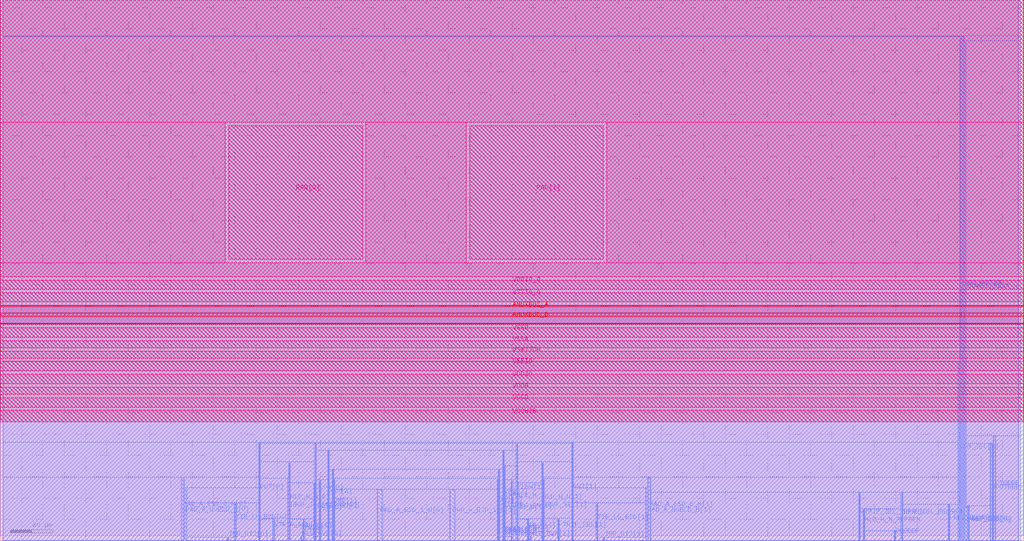
<source format=lef>
# Copyright 2020 The SkyWater PDK Authors
#
# Licensed under the Apache License, Version 2.0 (the "License");
# you may not use this file except in compliance with the License.
# You may obtain a copy of the License at
#
#     https://www.apache.org/licenses/LICENSE-2.0
#
# Unless required by applicable law or agreed to in writing, software
# distributed under the License is distributed on an "AS IS" BASIS,
# WITHOUT WARRANTIES OR CONDITIONS OF ANY KIND, either express or implied.
# See the License for the specific language governing permissions and
# limitations under the License.
#
# SPDX-License-Identifier: Apache-2.0

VERSION 5.7 ;
  NOWIREEXTENSIONATPIN ON ;
  DIVIDERCHAR "/" ;
  BUSBITCHARS "[]" ;
MACRO sky130_fd_io__top_sio_macro
  CLASS BLOCK ;
  FOREIGN sky130_fd_io__top_sio_macro ;
  ORIGIN  0.000000  0.000000 ;
  SIZE  480.0000 BY  253.7150 ;
  SYMMETRY R90 ;
  PIN AMUXBUS_A
    DIRECTION INOUT ;
    USE SIGNAL ;
    PORT
      LAYER met4 ;
        RECT 0.000000 106.840000 480.000000 109.820000 ;
    END
  END AMUXBUS_A
  PIN AMUXBUS_B
    DIRECTION INOUT ;
    USE SIGNAL ;
    PORT
      LAYER met4 ;
        RECT 0.000000 102.080000 480.000000 105.060000 ;
    END
  END AMUXBUS_B
  PIN DFT_REFGEN
    DIRECTION INPUT ;
    USE SIGNAL ;
    PORT
      LAYER met2 ;
        RECT 451.655000 0.000000 451.915000 236.650000 ;
    END
  END DFT_REFGEN
  PIN DM0[0]
    DIRECTION INPUT ;
    USE SIGNAL ;
    PORT
      LAYER met2 ;
        RECT 156.380000 0.000000 156.640000 28.955000 ;
    END
  END DM0[0]
  PIN DM0[1]
    DIRECTION INPUT ;
    USE SIGNAL ;
    PORT
      LAYER met2 ;
        RECT 155.980000 0.000000 156.240000 33.225000 ;
    END
  END DM0[1]
  PIN DM0[2]
    DIRECTION INPUT ;
    USE SIGNAL ;
    PORT
      LAYER met2 ;
        RECT 153.810000 0.000000 154.070000 42.095000 ;
    END
  END DM0[2]
  PIN DM1[0]
    DIRECTION INPUT ;
    USE SIGNAL ;
    PORT
      LAYER met2 ;
        RECT 233.365000 0.000000 233.625000 28.955000 ;
    END
  END DM1[0]
  PIN DM1[1]
    DIRECTION INPUT ;
    USE SIGNAL ;
    PORT
      LAYER met2 ;
        RECT 233.765000 0.000000 234.025000 33.225000 ;
    END
  END DM1[1]
  PIN DM1[2]
    DIRECTION INPUT ;
    USE SIGNAL ;
    PORT
      LAYER met2 ;
        RECT 235.935000 0.000000 236.195000 42.095000 ;
    END
  END DM1[2]
  PIN ENABLE_H
    DIRECTION INPUT ;
    USE SIGNAL ;
    PORT
      LAYER met2 ;
        RECT 236.335000 0.000000 236.595000 2.190000 ;
    END
    PORT
      LAYER met2 ;
        RECT 236.335000 0.000000 236.595000 2.210000 ;
    END
    PORT
      LAYER met2 ;
        RECT 236.335000 2.210000 236.615000 2.230000 ;
    END
    PORT
      LAYER met2 ;
        RECT 236.335000 2.235000 236.640000 3.005000 ;
    END
    PORT
      LAYER met2 ;
        RECT 236.335000 2.960000 236.595000 3.050000 ;
    END
    PORT
      LAYER met2 ;
        RECT 236.335000 3.005000 236.620000 3.025000 ;
    END
    PORT
      LAYER met2 ;
        RECT 236.335000 3.050000 236.595000 34.945000 ;
    END
    PORT
      LAYER met2 ;
        RECT 236.595000 2.190000 236.640000 2.235000 ;
    END
    PORT
      LAYER met2 ;
        RECT 236.595000 3.005000 236.640000 3.050000 ;
    END
  END ENABLE_H
  PIN ENABLE_VDDA_H
    DIRECTION INPUT ;
    USE SIGNAL ;
    PORT
      LAYER met2 ;
        RECT 452.405000 0.000000 452.665000 234.180000 ;
    END
  END ENABLE_VDDA_H
  PIN HLD_H_N[0]
    DIRECTION INPUT ;
    USE SIGNAL ;
    PORT
      LAYER met2 ;
        RECT 135.575000 0.000000 135.835000 36.690000 ;
    END
  END HLD_H_N[0]
  PIN HLD_H_N[1]
    DIRECTION INPUT ;
    USE SIGNAL ;
    PORT
      LAYER met2 ;
        RECT 254.170000 0.000000 254.430000 36.690000 ;
    END
  END HLD_H_N[1]
  PIN HLD_H_N_REFGEN
    DIRECTION INPUT ;
    USE SIGNAL ;
    PORT
      LAYER met2 ;
        RECT 404.995000 0.000000 405.255000 14.810000 ;
    END
  END HLD_H_N_REFGEN
  PIN HLD_OVR[0]
    DIRECTION INPUT ;
    USE SIGNAL ;
    PORT
      LAYER met2 ;
        RECT 141.200000 0.000000 141.545000 2.085000 ;
    END
  END HLD_OVR[0]
  PIN HLD_OVR[1]
    DIRECTION INPUT ;
    USE SIGNAL ;
    PORT
      LAYER met2 ;
        RECT 248.460000 0.000000 248.805000 2.085000 ;
    END
  END HLD_OVR[1]
  PIN IBUF_SEL[0]
    DIRECTION INPUT ;
    USE SIGNAL ;
    PORT
      LAYER met2 ;
        RECT 135.175000 0.000000 135.435000 28.950000 ;
    END
  END IBUF_SEL[0]
  PIN IBUF_SEL[1]
    DIRECTION INPUT ;
    USE SIGNAL ;
    PORT
      LAYER met2 ;
        RECT 254.570000 0.000000 254.830000 28.950000 ;
    END
  END IBUF_SEL[1]
  PIN IBUF_SEL_REFGEN
    DIRECTION INPUT ;
    USE SIGNAL ;
    PORT
      LAYER met2 ;
        RECT 422.690000 0.000000 422.950000 22.530000 ;
    END
  END IBUF_SEL_REFGEN
  PIN IN[0]
    DIRECTION OUTPUT ;
    USE SIGNAL ;
    PORT
      LAYER met2 ;
        RECT 142.005000 0.000000 142.265000 6.970000 ;
    END
  END IN[0]
  PIN IN[1]
    DIRECTION OUTPUT ;
    USE SIGNAL ;
    PORT
      LAYER met2 ;
        RECT 247.740000 0.000000 248.000000 6.970000 ;
    END
  END IN[1]
  PIN INP_DIS[0]
    DIRECTION INPUT ;
    USE SIGNAL ;
    PORT
      LAYER met2 ;
        RECT 106.710000 0.000000 106.970000 1.350000 ;
    END
  END INP_DIS[0]
  PIN INP_DIS[1]
    DIRECTION INPUT ;
    USE SIGNAL ;
    PORT
      LAYER met2 ;
        RECT 283.035000 0.000000 283.295000 1.350000 ;
    END
  END INP_DIS[1]
  PIN IN_H[0]
    DIRECTION OUTPUT ;
    USE SIGNAL ;
    PORT
      LAYER met2 ;
        RECT 142.405000 0.000000 142.665000 9.980000 ;
    END
  END IN_H[0]
  PIN IN_H[1]
    DIRECTION OUTPUT ;
    USE SIGNAL ;
    PORT
      LAYER met2 ;
        RECT 247.340000 0.000000 247.600000 9.980000 ;
    END
  END IN_H[1]
  PIN OE_N[0]
    DIRECTION INPUT ;
    USE SIGNAL ;
    PORT
      LAYER met2 ;
        RECT 147.215000 0.000000 147.475000 26.920000 ;
    END
  END OE_N[0]
  PIN OE_N[1]
    DIRECTION INPUT ;
    USE SIGNAL ;
    PORT
      LAYER met2 ;
        RECT 242.530000 0.000000 242.790000 26.920000 ;
    END
  END OE_N[1]
  PIN OUT[0]
    DIRECTION INPUT ;
    USE SIGNAL ;
    PORT
      LAYER met2 ;
        RECT 121.455000 0.000000 121.715000 46.020000 ;
    END
  END OUT[0]
  PIN OUT[1]
    DIRECTION INPUT ;
    USE SIGNAL ;
    PORT
      LAYER met2 ;
        RECT 268.290000 0.000000 268.550000 46.020000 ;
    END
  END OUT[1]
  PIN PAD[0]
    DIRECTION INOUT ;
    USE SIGNAL ;
    PORT
      LAYER met5 ;
        RECT 107.190000 131.985000 169.890000 194.600000 ;
    END
  END PAD[0]
  PIN PAD[1]
    DIRECTION INOUT ;
    USE SIGNAL ;
    PORT
      LAYER met5 ;
        RECT 220.115000 131.985000 282.815000 194.600000 ;
    END
  END PAD[1]
  PIN PAD_A_ESD_0_H[0]
    DIRECTION INOUT ;
    USE SIGNAL ;
    PORT
      LAYER met2 ;
        RECT 85.260000 0.000000 86.105000 29.615000 ;
    END
  END PAD_A_ESD_0_H[0]
  PIN PAD_A_ESD_0_H[1]
    DIRECTION INOUT ;
    USE SIGNAL ;
    PORT
      LAYER met2 ;
        RECT 303.900000 0.000000 304.745000 29.615000 ;
    END
  END PAD_A_ESD_0_H[1]
  PIN PAD_A_ESD_1_H[0]
    DIRECTION INOUT ;
    USE SIGNAL ;
    PORT
      LAYER met2 ;
        RECT 176.990000 0.000000 178.990000 23.820000 ;
    END
  END PAD_A_ESD_1_H[0]
  PIN PAD_A_ESD_1_H[1]
    DIRECTION INOUT ;
    USE SIGNAL ;
    PORT
      LAYER met2 ;
        RECT 211.015000 0.000000 213.015000 23.820000 ;
    END
  END PAD_A_ESD_1_H[1]
  PIN PAD_A_NOESD_H[0]
    DIRECTION INOUT ;
    USE SIGNAL ;
    PORT
      LAYER met2 ;
        RECT 86.245000 0.000000 87.095000 24.475000 ;
    END
  END PAD_A_NOESD_H[0]
  PIN PAD_A_NOESD_H[1]
    DIRECTION INOUT ;
    USE SIGNAL ;
    PORT
      LAYER met2 ;
        RECT 302.910000 0.000000 303.760000 24.475000 ;
    END
  END PAD_A_NOESD_H[1]
  PIN SLOW[0]
    DIRECTION INPUT ;
    USE SIGNAL ;
    PORT
      LAYER met2 ;
        RECT 147.615000 0.000000 147.875000 45.525000 ;
    END
  END SLOW[0]
  PIN SLOW[1]
    DIRECTION INPUT ;
    USE SIGNAL ;
    PORT
      LAYER met2 ;
        RECT 242.130000 0.000000 242.390000 45.525000 ;
    END
  END SLOW[1]
  PIN TIE_LO_ESD[0]
    DIRECTION OUTPUT ;
    USE SIGNAL ;
    PORT
      LAYER met2 ;
        RECT 110.090000 0.000000 110.350000 17.465000 ;
    END
  END TIE_LO_ESD[0]
  PIN TIE_LO_ESD[1]
    DIRECTION OUTPUT ;
    USE SIGNAL ;
    PORT
      LAYER met2 ;
        RECT 279.655000 0.000000 279.915000 17.465000 ;
    END
  END TIE_LO_ESD[1]
  PIN VINREF_DFT
    DIRECTION INOUT ;
    USE SIGNAL ;
    PORT
      LAYER met2 ;
        RECT 466.030000 0.000000 466.670000 49.025000 ;
    END
  END VINREF_DFT
  PIN VOHREF
    DIRECTION INPUT ;
    USE SIGNAL ;
    PORT
      LAYER met2 ;
        RECT 419.445000 0.000000 419.705000 4.425000 ;
    END
  END VOHREF
  PIN VOH_SEL[0]
    DIRECTION INPUT ;
    USE SIGNAL ;
    PORT
      LAYER met2 ;
        RECT 449.405000 0.000000 449.665000 83.625000 ;
    END
  END VOH_SEL[0]
  PIN VOH_SEL[1]
    DIRECTION INPUT ;
    USE SIGNAL ;
    PORT
      LAYER met2 ;
        RECT 450.155000 0.000000 450.415000 236.010000 ;
    END
  END VOH_SEL[1]
  PIN VOH_SEL[2]
    DIRECTION INPUT ;
    USE SIGNAL ;
    PORT
      LAYER met2 ;
        RECT 450.905000 0.000000 451.165000 236.330000 ;
    END
  END VOH_SEL[2]
  PIN VOUTREF_DFT
    DIRECTION INOUT ;
    USE SIGNAL ;
    PORT
      LAYER met2 ;
        RECT 464.530000 0.000000 465.170000 45.435000 ;
    END
  END VOUTREF_DFT
  PIN VREF_SEL[0]
    DIRECTION INPUT ;
    USE SIGNAL ;
    PORT
      LAYER met2 ;
        RECT 453.155000 0.000000 453.415000 15.430000 ;
    END
  END VREF_SEL[0]
  PIN VREF_SEL[1]
    DIRECTION INPUT ;
    USE SIGNAL ;
    PORT
      LAYER met2 ;
        RECT 453.905000 0.000000 454.165000 16.050000 ;
    END
  END VREF_SEL[1]
  PIN VREG_EN[0]
    DIRECTION INPUT ;
    USE SIGNAL ;
    PORT
      LAYER met2 ;
        RECT 149.805000 0.000000 150.065000 28.250000 ;
    END
  END VREG_EN[0]
  PIN VREG_EN[1]
    DIRECTION INPUT ;
    USE SIGNAL ;
    PORT
      LAYER met2 ;
        RECT 239.940000 0.000000 240.200000 28.250000 ;
    END
  END VREG_EN[1]
  PIN VREG_EN_REFGEN
    DIRECTION INPUT ;
    USE SIGNAL ;
    PORT
      LAYER met2 ;
        RECT 444.840000 0.000000 445.100000 16.795000 ;
    END
  END VREG_EN_REFGEN
  PIN VTRIP_SEL[0]
    DIRECTION INPUT ;
    USE SIGNAL ;
    PORT
      LAYER met2 ;
        RECT 128.125000 0.000000 128.385000 10.175000 ;
    END
  END VTRIP_SEL[0]
  PIN VTRIP_SEL[1]
    DIRECTION INPUT ;
    USE SIGNAL ;
    PORT
      LAYER met2 ;
        RECT 261.620000 0.000000 261.880000 10.175000 ;
    END
  END VTRIP_SEL[1]
  PIN VTRIP_SEL_REFGEN
    DIRECTION INPUT ;
    USE SIGNAL ;
    PORT
      LAYER met2 ;
        RECT 402.840000 0.000000 403.100000 22.530000 ;
    END
  END VTRIP_SEL_REFGEN
  PIN VCCD
    DIRECTION INOUT ;
    USE POWER ;
    PORT
      LAYER met5 ;
        RECT 0.000000 62.700000 480.000000 67.150000 ;
    END
  END VCCD
  PIN VCCHIB
    DIRECTION INOUT ;
    USE POWER ;
    PORT
      LAYER met5 ;
        RECT 0.000000 55.850000 480.000000 61.100000 ;
    END
  END VCCHIB
  PIN VDDA
    DIRECTION INOUT ;
    USE POWER ;
    PORT
      LAYER met5 ;
        RECT 0.000000 68.750000 480.000000 72.000000 ;
    END
  END VDDA
  PIN VDDIO
    DIRECTION INOUT ;
    USE POWER ;
    PORT
      LAYER met5 ;
        RECT 0.000000 73.600000 480.000000 78.050000 ;
    END
  END VDDIO
  PIN VDDIO_Q
    DIRECTION INOUT ;
    USE POWER ;
    PORT
      LAYER met5 ;
        RECT 0.000000 117.900000 480.000000 122.150000 ;
    END
  END VDDIO_Q
  PIN VSSA
    DIRECTION INOUT ;
    USE GROUND ;
    PORT
      LAYER met5 ;
        RECT 0.000000 90.550000 480.000000 93.800000 ;
    END
  END VSSA
  PIN VSSD
    DIRECTION INOUT ;
    USE GROUND ;
    PORT
      LAYER met5 ;
        RECT 0.000000 95.400000 480.000000 99.850000 ;
    END
  END VSSD
  PIN VSSIO
    DIRECTION INOUT ;
    USE GROUND ;
    PORT
      LAYER met5 ;
        RECT 0.000000 79.650000 480.000000 84.100000 ;
    END
  END VSSIO
  PIN VSSIO_Q
    DIRECTION INOUT ;
    USE GROUND ;
    PORT
      LAYER met5 ;
        RECT 0.000000 112.050000 480.000000 116.300000 ;
    END
  END VSSIO_Q
  PIN VSWITCH
    DIRECTION INOUT ;
    USE POWER ;
    PORT
      LAYER met5 ;
        RECT 0.000000 85.700000 480.000000 88.950000 ;
    END
  END VSWITCH
  OBS
    LAYER li1 ;
      RECT 1.120000 0.130000 477.515000 253.585000 ;
    LAYER met1 ;
      RECT 1.460000 0.070000 477.545000 253.645000 ;
    LAYER met2 ;
      RECT   1.505000   0.000000  84.980000  29.895000 ;
      RECT   1.505000  29.895000 121.175000  46.300000 ;
      RECT   1.505000  46.300000 449.125000  83.905000 ;
      RECT   1.505000  83.905000 449.875000 236.290000 ;
      RECT   1.505000 236.290000 450.625000 236.610000 ;
      RECT   1.505000 236.610000 451.375000 236.930000 ;
      RECT   1.505000 236.930000 478.500000 253.400000 ;
      RECT  86.385000  24.755000 121.175000  29.895000 ;
      RECT  87.375000   0.000000 106.430000   1.630000 ;
      RECT  87.375000   1.630000 109.810000  17.745000 ;
      RECT  87.375000  17.745000 121.175000  24.755000 ;
      RECT 107.250000   0.000000 109.810000   1.630000 ;
      RECT 110.630000   0.000000 121.175000  17.745000 ;
      RECT 121.995000   0.000000 127.845000  10.455000 ;
      RECT 121.995000  10.455000 134.895000  29.230000 ;
      RECT 121.995000  29.230000 135.295000  36.970000 ;
      RECT 121.995000  36.970000 147.335000  45.805000 ;
      RECT 121.995000  45.805000 268.010000  46.300000 ;
      RECT 128.665000   0.000000 134.895000  10.455000 ;
      RECT 136.115000   0.000000 140.920000   2.365000 ;
      RECT 136.115000   2.365000 141.725000   7.250000 ;
      RECT 136.115000   7.250000 142.125000  10.260000 ;
      RECT 136.115000  10.260000 146.935000  27.200000 ;
      RECT 136.115000  27.200000 147.335000  36.970000 ;
      RECT 142.945000   0.000000 146.935000  10.260000 ;
      RECT 148.155000   0.000000 149.525000  28.530000 ;
      RECT 148.155000  28.530000 153.530000  42.375000 ;
      RECT 148.155000  42.375000 241.850000  45.805000 ;
      RECT 150.345000   0.000000 153.530000  28.530000 ;
      RECT 154.350000   0.000000 155.700000  33.505000 ;
      RECT 154.350000  33.505000 235.655000  42.375000 ;
      RECT 156.520000  29.235000 233.485000  33.505000 ;
      RECT 156.920000   0.000000 176.710000  24.100000 ;
      RECT 156.920000  24.100000 233.085000  29.235000 ;
      RECT 179.270000   0.000000 210.735000  24.100000 ;
      RECT 213.295000   0.000000 233.085000  24.100000 ;
      RECT 234.305000   0.000000 235.655000  33.505000 ;
      RECT 236.475000  35.225000 241.850000  42.375000 ;
      RECT 236.875000   0.000000 239.660000   1.910000 ;
      RECT 236.875000   3.330000 239.660000  28.530000 ;
      RECT 236.875000  28.530000 241.850000  35.225000 ;
      RECT 236.920000   1.910000 239.660000   3.330000 ;
      RECT 240.480000   0.000000 241.850000  28.530000 ;
      RECT 242.670000  27.200000 253.890000  36.970000 ;
      RECT 242.670000  36.970000 268.010000  45.805000 ;
      RECT 243.070000   0.000000 247.060000  10.260000 ;
      RECT 243.070000  10.260000 253.890000  27.200000 ;
      RECT 247.880000   7.250000 253.890000  10.260000 ;
      RECT 248.280000   2.365000 253.890000   7.250000 ;
      RECT 249.085000   0.000000 253.890000   2.365000 ;
      RECT 254.710000  29.230000 268.010000  36.970000 ;
      RECT 255.110000   0.000000 261.340000  10.455000 ;
      RECT 255.110000  10.455000 268.010000  29.230000 ;
      RECT 262.160000   0.000000 268.010000  10.455000 ;
      RECT 268.830000   0.000000 279.375000  17.745000 ;
      RECT 268.830000  17.745000 302.630000  24.755000 ;
      RECT 268.830000  24.755000 303.620000  29.895000 ;
      RECT 268.830000  29.895000 449.125000  46.300000 ;
      RECT 280.195000   0.000000 282.755000   1.630000 ;
      RECT 280.195000   1.630000 302.630000  17.745000 ;
      RECT 283.575000   0.000000 302.630000   1.630000 ;
      RECT 305.025000   0.000000 402.560000  22.810000 ;
      RECT 305.025000  22.810000 449.125000  29.895000 ;
      RECT 403.380000   0.000000 404.715000  15.090000 ;
      RECT 403.380000  15.090000 422.410000  22.810000 ;
      RECT 405.535000   0.000000 419.165000   4.705000 ;
      RECT 405.535000   4.705000 422.410000  15.090000 ;
      RECT 419.985000   0.000000 422.410000   4.705000 ;
      RECT 423.230000   0.000000 444.560000  17.075000 ;
      RECT 423.230000  17.075000 449.125000  22.810000 ;
      RECT 445.380000   0.000000 449.125000  17.075000 ;
      RECT 452.195000 234.460000 478.500000 236.930000 ;
      RECT 452.945000  15.710000 453.625000  16.330000 ;
      RECT 452.945000  16.330000 464.250000  45.715000 ;
      RECT 452.945000  45.715000 465.750000  49.305000 ;
      RECT 452.945000  49.305000 478.500000 234.460000 ;
      RECT 454.445000   0.000000 464.250000  16.330000 ;
      RECT 465.450000   0.000000 465.750000  45.715000 ;
      RECT 466.950000   0.000000 478.500000  49.305000 ;
    LAYER met3 ;
      RECT 0.300000 2.255000 479.700000 253.715000 ;
    LAYER met4 ;
      RECT 0.000000  55.750000 480.000000 101.680000 ;
      RECT 0.000000 105.460000 480.000000 106.440000 ;
      RECT 0.000000 110.220000 480.000000 253.715000 ;
    LAYER met5 ;
      RECT   0.000000 101.450000 480.000000 110.450000 ;
      RECT   0.000000 123.750000 480.000000 130.385000 ;
      RECT   0.000000 130.385000 105.590000 196.200000 ;
      RECT   0.000000 196.200000 480.000000 253.715000 ;
      RECT 171.490000 130.385000 218.515000 196.200000 ;
      RECT 284.415000 130.385000 480.000000 196.200000 ;
  END
END sky130_fd_io__top_sio_macro
END LIBRARY

</source>
